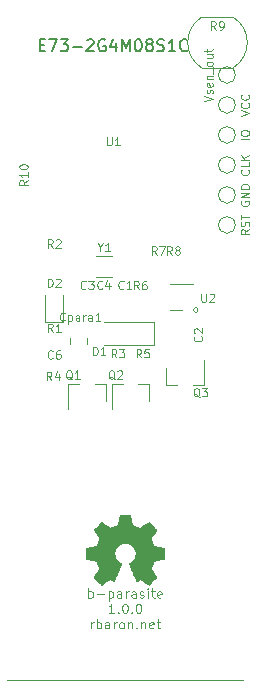
<source format=gbr>
G04 #@! TF.GenerationSoftware,KiCad,Pcbnew,(5.1.10)-1*
G04 #@! TF.CreationDate,2021-05-27T11:01:42+03:00*
G04 #@! TF.ProjectId,parasite,70617261-7369-4746-952e-6b696361645f,1.0.0*
G04 #@! TF.SameCoordinates,Original*
G04 #@! TF.FileFunction,Legend,Top*
G04 #@! TF.FilePolarity,Positive*
%FSLAX46Y46*%
G04 Gerber Fmt 4.6, Leading zero omitted, Abs format (unit mm)*
G04 Created by KiCad (PCBNEW (5.1.10)-1) date 2021-05-27 11:01:42*
%MOMM*%
%LPD*%
G01*
G04 APERTURE LIST*
%ADD10C,0.120000*%
%ADD11C,0.100000*%
%ADD12C,0.010000*%
%ADD13C,0.150000*%
G04 APERTURE END LIST*
D10*
X74200000Y-51700000D02*
G75*
G03*
X74200000Y-51700000I-200000J0D01*
G01*
D11*
X64914285Y-76061904D02*
X64914285Y-75261904D01*
X64914285Y-75566666D02*
X64990476Y-75528571D01*
X65142857Y-75528571D01*
X65219047Y-75566666D01*
X65257142Y-75604761D01*
X65295238Y-75680952D01*
X65295238Y-75909523D01*
X65257142Y-75985714D01*
X65219047Y-76023809D01*
X65142857Y-76061904D01*
X64990476Y-76061904D01*
X64914285Y-76023809D01*
X65638095Y-75757142D02*
X66247619Y-75757142D01*
X66628571Y-75528571D02*
X66628571Y-76328571D01*
X66628571Y-75566666D02*
X66704761Y-75528571D01*
X66857142Y-75528571D01*
X66933333Y-75566666D01*
X66971428Y-75604761D01*
X67009523Y-75680952D01*
X67009523Y-75909523D01*
X66971428Y-75985714D01*
X66933333Y-76023809D01*
X66857142Y-76061904D01*
X66704761Y-76061904D01*
X66628571Y-76023809D01*
X67695238Y-76061904D02*
X67695238Y-75642857D01*
X67657142Y-75566666D01*
X67580952Y-75528571D01*
X67428571Y-75528571D01*
X67352380Y-75566666D01*
X67695238Y-76023809D02*
X67619047Y-76061904D01*
X67428571Y-76061904D01*
X67352380Y-76023809D01*
X67314285Y-75947619D01*
X67314285Y-75871428D01*
X67352380Y-75795238D01*
X67428571Y-75757142D01*
X67619047Y-75757142D01*
X67695238Y-75719047D01*
X68076190Y-76061904D02*
X68076190Y-75528571D01*
X68076190Y-75680952D02*
X68114285Y-75604761D01*
X68152380Y-75566666D01*
X68228571Y-75528571D01*
X68304761Y-75528571D01*
X68914285Y-76061904D02*
X68914285Y-75642857D01*
X68876190Y-75566666D01*
X68800000Y-75528571D01*
X68647619Y-75528571D01*
X68571428Y-75566666D01*
X68914285Y-76023809D02*
X68838095Y-76061904D01*
X68647619Y-76061904D01*
X68571428Y-76023809D01*
X68533333Y-75947619D01*
X68533333Y-75871428D01*
X68571428Y-75795238D01*
X68647619Y-75757142D01*
X68838095Y-75757142D01*
X68914285Y-75719047D01*
X69257142Y-76023809D02*
X69333333Y-76061904D01*
X69485714Y-76061904D01*
X69561904Y-76023809D01*
X69600000Y-75947619D01*
X69600000Y-75909523D01*
X69561904Y-75833333D01*
X69485714Y-75795238D01*
X69371428Y-75795238D01*
X69295238Y-75757142D01*
X69257142Y-75680952D01*
X69257142Y-75642857D01*
X69295238Y-75566666D01*
X69371428Y-75528571D01*
X69485714Y-75528571D01*
X69561904Y-75566666D01*
X69942857Y-76061904D02*
X69942857Y-75528571D01*
X69942857Y-75261904D02*
X69904761Y-75300000D01*
X69942857Y-75338095D01*
X69980952Y-75300000D01*
X69942857Y-75261904D01*
X69942857Y-75338095D01*
X70209523Y-75528571D02*
X70514285Y-75528571D01*
X70323809Y-75261904D02*
X70323809Y-75947619D01*
X70361904Y-76023809D01*
X70438095Y-76061904D01*
X70514285Y-76061904D01*
X71085714Y-76023809D02*
X71009523Y-76061904D01*
X70857142Y-76061904D01*
X70780952Y-76023809D01*
X70742857Y-75947619D01*
X70742857Y-75642857D01*
X70780952Y-75566666D01*
X70857142Y-75528571D01*
X71009523Y-75528571D01*
X71085714Y-75566666D01*
X71123809Y-75642857D01*
X71123809Y-75719047D01*
X70742857Y-75795238D01*
X67085714Y-77361904D02*
X66628571Y-77361904D01*
X66857142Y-77361904D02*
X66857142Y-76561904D01*
X66780952Y-76676190D01*
X66704761Y-76752380D01*
X66628571Y-76790476D01*
X67428571Y-77285714D02*
X67466666Y-77323809D01*
X67428571Y-77361904D01*
X67390476Y-77323809D01*
X67428571Y-77285714D01*
X67428571Y-77361904D01*
X67961904Y-76561904D02*
X68038095Y-76561904D01*
X68114285Y-76600000D01*
X68152380Y-76638095D01*
X68190476Y-76714285D01*
X68228571Y-76866666D01*
X68228571Y-77057142D01*
X68190476Y-77209523D01*
X68152380Y-77285714D01*
X68114285Y-77323809D01*
X68038095Y-77361904D01*
X67961904Y-77361904D01*
X67885714Y-77323809D01*
X67847619Y-77285714D01*
X67809523Y-77209523D01*
X67771428Y-77057142D01*
X67771428Y-76866666D01*
X67809523Y-76714285D01*
X67847619Y-76638095D01*
X67885714Y-76600000D01*
X67961904Y-76561904D01*
X68571428Y-77285714D02*
X68609523Y-77323809D01*
X68571428Y-77361904D01*
X68533333Y-77323809D01*
X68571428Y-77285714D01*
X68571428Y-77361904D01*
X69104761Y-76561904D02*
X69180952Y-76561904D01*
X69257142Y-76600000D01*
X69295238Y-76638095D01*
X69333333Y-76714285D01*
X69371428Y-76866666D01*
X69371428Y-77057142D01*
X69333333Y-77209523D01*
X69295238Y-77285714D01*
X69257142Y-77323809D01*
X69180952Y-77361904D01*
X69104761Y-77361904D01*
X69028571Y-77323809D01*
X68990476Y-77285714D01*
X68952380Y-77209523D01*
X68914285Y-77057142D01*
X68914285Y-76866666D01*
X68952380Y-76714285D01*
X68990476Y-76638095D01*
X69028571Y-76600000D01*
X69104761Y-76561904D01*
X65123809Y-78661904D02*
X65123809Y-78128571D01*
X65123809Y-78280952D02*
X65161904Y-78204761D01*
X65200000Y-78166666D01*
X65276190Y-78128571D01*
X65352380Y-78128571D01*
X65619047Y-78661904D02*
X65619047Y-77861904D01*
X65619047Y-78166666D02*
X65695238Y-78128571D01*
X65847619Y-78128571D01*
X65923809Y-78166666D01*
X65961904Y-78204761D01*
X66000000Y-78280952D01*
X66000000Y-78509523D01*
X65961904Y-78585714D01*
X65923809Y-78623809D01*
X65847619Y-78661904D01*
X65695238Y-78661904D01*
X65619047Y-78623809D01*
X66685714Y-78661904D02*
X66685714Y-78242857D01*
X66647619Y-78166666D01*
X66571428Y-78128571D01*
X66419047Y-78128571D01*
X66342857Y-78166666D01*
X66685714Y-78623809D02*
X66609523Y-78661904D01*
X66419047Y-78661904D01*
X66342857Y-78623809D01*
X66304761Y-78547619D01*
X66304761Y-78471428D01*
X66342857Y-78395238D01*
X66419047Y-78357142D01*
X66609523Y-78357142D01*
X66685714Y-78319047D01*
X67066666Y-78661904D02*
X67066666Y-78128571D01*
X67066666Y-78280952D02*
X67104761Y-78204761D01*
X67142857Y-78166666D01*
X67219047Y-78128571D01*
X67295238Y-78128571D01*
X67676190Y-78661904D02*
X67600000Y-78623809D01*
X67561904Y-78585714D01*
X67523809Y-78509523D01*
X67523809Y-78280952D01*
X67561904Y-78204761D01*
X67600000Y-78166666D01*
X67676190Y-78128571D01*
X67790476Y-78128571D01*
X67866666Y-78166666D01*
X67904761Y-78204761D01*
X67942857Y-78280952D01*
X67942857Y-78509523D01*
X67904761Y-78585714D01*
X67866666Y-78623809D01*
X67790476Y-78661904D01*
X67676190Y-78661904D01*
X68285714Y-78128571D02*
X68285714Y-78661904D01*
X68285714Y-78204761D02*
X68323809Y-78166666D01*
X68400000Y-78128571D01*
X68514285Y-78128571D01*
X68590476Y-78166666D01*
X68628571Y-78242857D01*
X68628571Y-78661904D01*
X69009523Y-78585714D02*
X69047619Y-78623809D01*
X69009523Y-78661904D01*
X68971428Y-78623809D01*
X69009523Y-78585714D01*
X69009523Y-78661904D01*
X69390476Y-78128571D02*
X69390476Y-78661904D01*
X69390476Y-78204761D02*
X69428571Y-78166666D01*
X69504761Y-78128571D01*
X69619047Y-78128571D01*
X69695238Y-78166666D01*
X69733333Y-78242857D01*
X69733333Y-78661904D01*
X70419047Y-78623809D02*
X70342857Y-78661904D01*
X70190476Y-78661904D01*
X70114285Y-78623809D01*
X70076190Y-78547619D01*
X70076190Y-78242857D01*
X70114285Y-78166666D01*
X70190476Y-78128571D01*
X70342857Y-78128571D01*
X70419047Y-78166666D01*
X70457142Y-78242857D01*
X70457142Y-78319047D01*
X70076190Y-78395238D01*
X70685714Y-78128571D02*
X70990476Y-78128571D01*
X70800000Y-77861904D02*
X70800000Y-78547619D01*
X70838095Y-78623809D01*
X70914285Y-78661904D01*
X70990476Y-78661904D01*
D10*
X58000000Y-83000000D02*
X78000000Y-83000000D01*
X77150000Y-26900000D02*
X74500000Y-26900000D01*
X77150000Y-31200000D02*
X74500000Y-31200000D01*
X74471973Y-26917856D02*
G75*
G03*
X74500000Y-31200000I1378027J-2132144D01*
G01*
X77175476Y-31184388D02*
G75*
G03*
X77150000Y-26900000I-1325476J2134388D01*
G01*
D12*
G36*
X68555814Y-69468931D02*
G01*
X68639635Y-69913555D01*
X68948920Y-70041053D01*
X69258206Y-70168551D01*
X69629246Y-69916246D01*
X69733157Y-69845996D01*
X69827087Y-69783272D01*
X69906652Y-69730938D01*
X69967470Y-69691857D01*
X70005157Y-69668893D01*
X70015421Y-69663942D01*
X70033910Y-69676676D01*
X70073420Y-69711882D01*
X70129522Y-69765062D01*
X70197787Y-69831718D01*
X70273786Y-69907354D01*
X70353092Y-69987472D01*
X70431275Y-70067574D01*
X70503907Y-70143164D01*
X70566559Y-70209745D01*
X70614803Y-70262818D01*
X70644210Y-70297887D01*
X70651241Y-70309623D01*
X70641123Y-70331260D01*
X70612759Y-70378662D01*
X70569129Y-70447193D01*
X70513218Y-70532215D01*
X70448006Y-70629093D01*
X70410219Y-70684350D01*
X70341343Y-70785248D01*
X70280140Y-70876299D01*
X70229578Y-70952970D01*
X70192628Y-71010728D01*
X70172258Y-71045043D01*
X70169197Y-71052254D01*
X70176136Y-71072748D01*
X70195051Y-71120513D01*
X70223087Y-71188832D01*
X70257391Y-71270989D01*
X70295109Y-71360270D01*
X70333387Y-71449958D01*
X70369370Y-71533338D01*
X70400206Y-71603694D01*
X70423039Y-71654310D01*
X70435017Y-71678471D01*
X70435724Y-71679422D01*
X70454531Y-71684036D01*
X70504618Y-71694328D01*
X70580793Y-71709287D01*
X70677865Y-71727901D01*
X70790643Y-71749159D01*
X70856442Y-71761418D01*
X70976950Y-71784362D01*
X71085797Y-71806195D01*
X71177476Y-71825722D01*
X71246481Y-71841748D01*
X71287304Y-71853079D01*
X71295511Y-71856674D01*
X71303548Y-71881006D01*
X71310033Y-71935959D01*
X71314970Y-72015108D01*
X71318364Y-72112026D01*
X71320218Y-72220287D01*
X71320538Y-72333465D01*
X71319327Y-72445135D01*
X71316590Y-72548868D01*
X71312331Y-72638241D01*
X71306555Y-72706826D01*
X71299267Y-72748197D01*
X71294895Y-72756810D01*
X71268764Y-72767133D01*
X71213393Y-72781892D01*
X71136107Y-72799352D01*
X71044230Y-72817780D01*
X71012158Y-72823741D01*
X70857524Y-72852066D01*
X70735375Y-72874876D01*
X70641673Y-72893080D01*
X70572384Y-72907583D01*
X70523471Y-72919292D01*
X70490897Y-72929115D01*
X70470628Y-72937956D01*
X70458626Y-72946724D01*
X70456947Y-72948457D01*
X70440184Y-72976371D01*
X70414614Y-73030695D01*
X70382788Y-73104777D01*
X70347260Y-73191965D01*
X70310583Y-73285608D01*
X70275311Y-73379052D01*
X70243996Y-73465647D01*
X70219193Y-73538740D01*
X70203454Y-73591678D01*
X70199332Y-73617811D01*
X70199676Y-73618726D01*
X70213641Y-73640086D01*
X70245322Y-73687084D01*
X70291391Y-73754827D01*
X70348518Y-73838423D01*
X70413373Y-73932982D01*
X70431843Y-73959854D01*
X70497699Y-74057275D01*
X70555650Y-74146163D01*
X70602538Y-74221412D01*
X70635207Y-74277920D01*
X70650500Y-74310581D01*
X70651241Y-74314593D01*
X70638392Y-74335684D01*
X70602888Y-74377464D01*
X70549293Y-74435445D01*
X70482171Y-74505135D01*
X70406087Y-74582045D01*
X70325604Y-74661683D01*
X70245287Y-74739561D01*
X70169699Y-74811186D01*
X70103405Y-74872070D01*
X70050969Y-74917721D01*
X70016955Y-74943650D01*
X70007545Y-74947883D01*
X69985643Y-74937912D01*
X69940800Y-74911020D01*
X69880321Y-74871736D01*
X69833789Y-74840117D01*
X69749475Y-74782098D01*
X69649626Y-74713784D01*
X69549473Y-74645579D01*
X69495627Y-74609075D01*
X69313371Y-74485800D01*
X69160381Y-74568520D01*
X69090682Y-74604759D01*
X69031414Y-74632926D01*
X68991311Y-74648991D01*
X68981103Y-74651226D01*
X68968829Y-74634722D01*
X68944613Y-74588082D01*
X68910263Y-74515609D01*
X68867588Y-74421606D01*
X68818394Y-74310374D01*
X68764490Y-74186215D01*
X68707684Y-74053432D01*
X68649782Y-73916327D01*
X68592593Y-73779202D01*
X68537924Y-73646358D01*
X68487584Y-73522098D01*
X68443380Y-73410725D01*
X68407119Y-73316539D01*
X68380609Y-73243844D01*
X68365658Y-73196941D01*
X68363254Y-73180833D01*
X68382311Y-73160286D01*
X68424036Y-73126933D01*
X68479706Y-73087702D01*
X68484378Y-73084599D01*
X68628264Y-72969423D01*
X68744283Y-72835053D01*
X68831430Y-72685784D01*
X68888699Y-72525913D01*
X68915086Y-72359737D01*
X68909585Y-72191552D01*
X68871190Y-72025655D01*
X68798895Y-71866342D01*
X68777626Y-71831487D01*
X68666996Y-71690737D01*
X68536302Y-71577714D01*
X68390064Y-71493003D01*
X68232808Y-71437194D01*
X68069057Y-71410874D01*
X67903333Y-71414630D01*
X67740162Y-71449050D01*
X67584065Y-71514723D01*
X67439567Y-71612235D01*
X67394869Y-71651813D01*
X67281112Y-71775703D01*
X67198218Y-71906124D01*
X67141356Y-72052315D01*
X67109687Y-72197088D01*
X67101869Y-72359860D01*
X67127938Y-72523440D01*
X67185245Y-72682298D01*
X67271144Y-72830906D01*
X67382986Y-72963735D01*
X67518123Y-73075256D01*
X67535883Y-73087011D01*
X67592150Y-73125508D01*
X67634923Y-73158863D01*
X67655372Y-73180160D01*
X67655669Y-73180833D01*
X67651279Y-73203871D01*
X67633876Y-73256157D01*
X67605268Y-73333390D01*
X67567265Y-73431268D01*
X67521674Y-73545491D01*
X67470303Y-73671758D01*
X67414962Y-73805767D01*
X67357458Y-73943218D01*
X67299601Y-74079808D01*
X67243198Y-74211237D01*
X67190058Y-74333205D01*
X67141990Y-74441409D01*
X67100801Y-74531549D01*
X67068301Y-74599323D01*
X67046297Y-74640430D01*
X67037436Y-74651226D01*
X67010360Y-74642819D01*
X66959697Y-74620272D01*
X66894183Y-74587613D01*
X66858159Y-74568520D01*
X66705168Y-74485800D01*
X66522912Y-74609075D01*
X66429875Y-74672228D01*
X66328015Y-74741727D01*
X66232562Y-74807165D01*
X66184750Y-74840117D01*
X66117505Y-74885273D01*
X66060564Y-74921057D01*
X66021354Y-74942938D01*
X66008619Y-74947563D01*
X65990083Y-74935085D01*
X65949059Y-74900252D01*
X65889525Y-74846678D01*
X65815458Y-74777983D01*
X65730835Y-74697781D01*
X65677315Y-74646286D01*
X65583681Y-74554286D01*
X65502759Y-74471999D01*
X65437823Y-74402945D01*
X65392142Y-74350644D01*
X65368989Y-74318616D01*
X65366768Y-74312116D01*
X65377076Y-74287394D01*
X65405561Y-74237405D01*
X65449063Y-74167212D01*
X65504423Y-74081875D01*
X65568480Y-73986456D01*
X65586697Y-73959854D01*
X65653073Y-73863167D01*
X65712622Y-73776117D01*
X65762016Y-73703595D01*
X65797925Y-73650493D01*
X65817019Y-73621703D01*
X65818864Y-73618726D01*
X65816105Y-73595782D01*
X65801462Y-73545336D01*
X65777487Y-73474041D01*
X65746734Y-73388547D01*
X65711756Y-73295507D01*
X65675107Y-73201574D01*
X65639339Y-73113399D01*
X65607006Y-73037634D01*
X65580662Y-72980931D01*
X65562858Y-72949943D01*
X65561593Y-72948457D01*
X65550706Y-72939601D01*
X65532318Y-72930843D01*
X65502394Y-72921277D01*
X65456897Y-72909996D01*
X65391791Y-72896093D01*
X65303039Y-72878663D01*
X65186607Y-72856798D01*
X65038458Y-72829591D01*
X65006382Y-72823741D01*
X64911314Y-72805374D01*
X64828435Y-72787405D01*
X64765070Y-72771569D01*
X64728542Y-72759600D01*
X64723644Y-72756810D01*
X64715573Y-72732072D01*
X64709013Y-72676790D01*
X64703967Y-72597389D01*
X64700441Y-72500296D01*
X64698439Y-72391938D01*
X64697964Y-72278740D01*
X64699023Y-72167128D01*
X64701618Y-72063529D01*
X64705754Y-71974368D01*
X64711437Y-71906072D01*
X64718669Y-71865066D01*
X64723029Y-71856674D01*
X64747302Y-71848208D01*
X64802574Y-71834435D01*
X64883338Y-71816550D01*
X64984088Y-71795748D01*
X65099317Y-71773223D01*
X65162098Y-71761418D01*
X65281213Y-71739151D01*
X65387435Y-71718979D01*
X65475573Y-71701915D01*
X65540434Y-71688969D01*
X65576826Y-71681155D01*
X65582816Y-71679422D01*
X65592939Y-71659890D01*
X65614338Y-71612843D01*
X65644161Y-71545003D01*
X65679555Y-71463091D01*
X65717668Y-71373828D01*
X65755647Y-71283935D01*
X65790640Y-71200135D01*
X65819794Y-71129147D01*
X65840257Y-71077694D01*
X65849177Y-71052497D01*
X65849343Y-71051396D01*
X65839231Y-71031519D01*
X65810883Y-70985777D01*
X65767277Y-70918717D01*
X65711394Y-70834884D01*
X65646213Y-70738826D01*
X65608321Y-70683650D01*
X65539275Y-70582481D01*
X65477950Y-70490630D01*
X65427337Y-70412744D01*
X65390429Y-70353469D01*
X65370218Y-70317451D01*
X65367299Y-70309377D01*
X65379847Y-70290584D01*
X65414537Y-70250457D01*
X65466937Y-70193493D01*
X65532616Y-70124185D01*
X65607144Y-70047031D01*
X65686087Y-69966525D01*
X65765017Y-69887163D01*
X65839500Y-69813440D01*
X65905106Y-69749852D01*
X65957404Y-69700894D01*
X65991961Y-69671061D01*
X66003522Y-69663942D01*
X66022346Y-69673953D01*
X66067369Y-69702078D01*
X66134213Y-69745454D01*
X66218501Y-69801218D01*
X66315856Y-69866506D01*
X66389293Y-69916246D01*
X66760333Y-70168551D01*
X67378905Y-69913555D01*
X67462725Y-69468931D01*
X67546546Y-69024307D01*
X68471994Y-69024307D01*
X68555814Y-69468931D01*
G37*
X68555814Y-69468931D02*
X68639635Y-69913555D01*
X68948920Y-70041053D01*
X69258206Y-70168551D01*
X69629246Y-69916246D01*
X69733157Y-69845996D01*
X69827087Y-69783272D01*
X69906652Y-69730938D01*
X69967470Y-69691857D01*
X70005157Y-69668893D01*
X70015421Y-69663942D01*
X70033910Y-69676676D01*
X70073420Y-69711882D01*
X70129522Y-69765062D01*
X70197787Y-69831718D01*
X70273786Y-69907354D01*
X70353092Y-69987472D01*
X70431275Y-70067574D01*
X70503907Y-70143164D01*
X70566559Y-70209745D01*
X70614803Y-70262818D01*
X70644210Y-70297887D01*
X70651241Y-70309623D01*
X70641123Y-70331260D01*
X70612759Y-70378662D01*
X70569129Y-70447193D01*
X70513218Y-70532215D01*
X70448006Y-70629093D01*
X70410219Y-70684350D01*
X70341343Y-70785248D01*
X70280140Y-70876299D01*
X70229578Y-70952970D01*
X70192628Y-71010728D01*
X70172258Y-71045043D01*
X70169197Y-71052254D01*
X70176136Y-71072748D01*
X70195051Y-71120513D01*
X70223087Y-71188832D01*
X70257391Y-71270989D01*
X70295109Y-71360270D01*
X70333387Y-71449958D01*
X70369370Y-71533338D01*
X70400206Y-71603694D01*
X70423039Y-71654310D01*
X70435017Y-71678471D01*
X70435724Y-71679422D01*
X70454531Y-71684036D01*
X70504618Y-71694328D01*
X70580793Y-71709287D01*
X70677865Y-71727901D01*
X70790643Y-71749159D01*
X70856442Y-71761418D01*
X70976950Y-71784362D01*
X71085797Y-71806195D01*
X71177476Y-71825722D01*
X71246481Y-71841748D01*
X71287304Y-71853079D01*
X71295511Y-71856674D01*
X71303548Y-71881006D01*
X71310033Y-71935959D01*
X71314970Y-72015108D01*
X71318364Y-72112026D01*
X71320218Y-72220287D01*
X71320538Y-72333465D01*
X71319327Y-72445135D01*
X71316590Y-72548868D01*
X71312331Y-72638241D01*
X71306555Y-72706826D01*
X71299267Y-72748197D01*
X71294895Y-72756810D01*
X71268764Y-72767133D01*
X71213393Y-72781892D01*
X71136107Y-72799352D01*
X71044230Y-72817780D01*
X71012158Y-72823741D01*
X70857524Y-72852066D01*
X70735375Y-72874876D01*
X70641673Y-72893080D01*
X70572384Y-72907583D01*
X70523471Y-72919292D01*
X70490897Y-72929115D01*
X70470628Y-72937956D01*
X70458626Y-72946724D01*
X70456947Y-72948457D01*
X70440184Y-72976371D01*
X70414614Y-73030695D01*
X70382788Y-73104777D01*
X70347260Y-73191965D01*
X70310583Y-73285608D01*
X70275311Y-73379052D01*
X70243996Y-73465647D01*
X70219193Y-73538740D01*
X70203454Y-73591678D01*
X70199332Y-73617811D01*
X70199676Y-73618726D01*
X70213641Y-73640086D01*
X70245322Y-73687084D01*
X70291391Y-73754827D01*
X70348518Y-73838423D01*
X70413373Y-73932982D01*
X70431843Y-73959854D01*
X70497699Y-74057275D01*
X70555650Y-74146163D01*
X70602538Y-74221412D01*
X70635207Y-74277920D01*
X70650500Y-74310581D01*
X70651241Y-74314593D01*
X70638392Y-74335684D01*
X70602888Y-74377464D01*
X70549293Y-74435445D01*
X70482171Y-74505135D01*
X70406087Y-74582045D01*
X70325604Y-74661683D01*
X70245287Y-74739561D01*
X70169699Y-74811186D01*
X70103405Y-74872070D01*
X70050969Y-74917721D01*
X70016955Y-74943650D01*
X70007545Y-74947883D01*
X69985643Y-74937912D01*
X69940800Y-74911020D01*
X69880321Y-74871736D01*
X69833789Y-74840117D01*
X69749475Y-74782098D01*
X69649626Y-74713784D01*
X69549473Y-74645579D01*
X69495627Y-74609075D01*
X69313371Y-74485800D01*
X69160381Y-74568520D01*
X69090682Y-74604759D01*
X69031414Y-74632926D01*
X68991311Y-74648991D01*
X68981103Y-74651226D01*
X68968829Y-74634722D01*
X68944613Y-74588082D01*
X68910263Y-74515609D01*
X68867588Y-74421606D01*
X68818394Y-74310374D01*
X68764490Y-74186215D01*
X68707684Y-74053432D01*
X68649782Y-73916327D01*
X68592593Y-73779202D01*
X68537924Y-73646358D01*
X68487584Y-73522098D01*
X68443380Y-73410725D01*
X68407119Y-73316539D01*
X68380609Y-73243844D01*
X68365658Y-73196941D01*
X68363254Y-73180833D01*
X68382311Y-73160286D01*
X68424036Y-73126933D01*
X68479706Y-73087702D01*
X68484378Y-73084599D01*
X68628264Y-72969423D01*
X68744283Y-72835053D01*
X68831430Y-72685784D01*
X68888699Y-72525913D01*
X68915086Y-72359737D01*
X68909585Y-72191552D01*
X68871190Y-72025655D01*
X68798895Y-71866342D01*
X68777626Y-71831487D01*
X68666996Y-71690737D01*
X68536302Y-71577714D01*
X68390064Y-71493003D01*
X68232808Y-71437194D01*
X68069057Y-71410874D01*
X67903333Y-71414630D01*
X67740162Y-71449050D01*
X67584065Y-71514723D01*
X67439567Y-71612235D01*
X67394869Y-71651813D01*
X67281112Y-71775703D01*
X67198218Y-71906124D01*
X67141356Y-72052315D01*
X67109687Y-72197088D01*
X67101869Y-72359860D01*
X67127938Y-72523440D01*
X67185245Y-72682298D01*
X67271144Y-72830906D01*
X67382986Y-72963735D01*
X67518123Y-73075256D01*
X67535883Y-73087011D01*
X67592150Y-73125508D01*
X67634923Y-73158863D01*
X67655372Y-73180160D01*
X67655669Y-73180833D01*
X67651279Y-73203871D01*
X67633876Y-73256157D01*
X67605268Y-73333390D01*
X67567265Y-73431268D01*
X67521674Y-73545491D01*
X67470303Y-73671758D01*
X67414962Y-73805767D01*
X67357458Y-73943218D01*
X67299601Y-74079808D01*
X67243198Y-74211237D01*
X67190058Y-74333205D01*
X67141990Y-74441409D01*
X67100801Y-74531549D01*
X67068301Y-74599323D01*
X67046297Y-74640430D01*
X67037436Y-74651226D01*
X67010360Y-74642819D01*
X66959697Y-74620272D01*
X66894183Y-74587613D01*
X66858159Y-74568520D01*
X66705168Y-74485800D01*
X66522912Y-74609075D01*
X66429875Y-74672228D01*
X66328015Y-74741727D01*
X66232562Y-74807165D01*
X66184750Y-74840117D01*
X66117505Y-74885273D01*
X66060564Y-74921057D01*
X66021354Y-74942938D01*
X66008619Y-74947563D01*
X65990083Y-74935085D01*
X65949059Y-74900252D01*
X65889525Y-74846678D01*
X65815458Y-74777983D01*
X65730835Y-74697781D01*
X65677315Y-74646286D01*
X65583681Y-74554286D01*
X65502759Y-74471999D01*
X65437823Y-74402945D01*
X65392142Y-74350644D01*
X65368989Y-74318616D01*
X65366768Y-74312116D01*
X65377076Y-74287394D01*
X65405561Y-74237405D01*
X65449063Y-74167212D01*
X65504423Y-74081875D01*
X65568480Y-73986456D01*
X65586697Y-73959854D01*
X65653073Y-73863167D01*
X65712622Y-73776117D01*
X65762016Y-73703595D01*
X65797925Y-73650493D01*
X65817019Y-73621703D01*
X65818864Y-73618726D01*
X65816105Y-73595782D01*
X65801462Y-73545336D01*
X65777487Y-73474041D01*
X65746734Y-73388547D01*
X65711756Y-73295507D01*
X65675107Y-73201574D01*
X65639339Y-73113399D01*
X65607006Y-73037634D01*
X65580662Y-72980931D01*
X65562858Y-72949943D01*
X65561593Y-72948457D01*
X65550706Y-72939601D01*
X65532318Y-72930843D01*
X65502394Y-72921277D01*
X65456897Y-72909996D01*
X65391791Y-72896093D01*
X65303039Y-72878663D01*
X65186607Y-72856798D01*
X65038458Y-72829591D01*
X65006382Y-72823741D01*
X64911314Y-72805374D01*
X64828435Y-72787405D01*
X64765070Y-72771569D01*
X64728542Y-72759600D01*
X64723644Y-72756810D01*
X64715573Y-72732072D01*
X64709013Y-72676790D01*
X64703967Y-72597389D01*
X64700441Y-72500296D01*
X64698439Y-72391938D01*
X64697964Y-72278740D01*
X64699023Y-72167128D01*
X64701618Y-72063529D01*
X64705754Y-71974368D01*
X64711437Y-71906072D01*
X64718669Y-71865066D01*
X64723029Y-71856674D01*
X64747302Y-71848208D01*
X64802574Y-71834435D01*
X64883338Y-71816550D01*
X64984088Y-71795748D01*
X65099317Y-71773223D01*
X65162098Y-71761418D01*
X65281213Y-71739151D01*
X65387435Y-71718979D01*
X65475573Y-71701915D01*
X65540434Y-71688969D01*
X65576826Y-71681155D01*
X65582816Y-71679422D01*
X65592939Y-71659890D01*
X65614338Y-71612843D01*
X65644161Y-71545003D01*
X65679555Y-71463091D01*
X65717668Y-71373828D01*
X65755647Y-71283935D01*
X65790640Y-71200135D01*
X65819794Y-71129147D01*
X65840257Y-71077694D01*
X65849177Y-71052497D01*
X65849343Y-71051396D01*
X65839231Y-71031519D01*
X65810883Y-70985777D01*
X65767277Y-70918717D01*
X65711394Y-70834884D01*
X65646213Y-70738826D01*
X65608321Y-70683650D01*
X65539275Y-70582481D01*
X65477950Y-70490630D01*
X65427337Y-70412744D01*
X65390429Y-70353469D01*
X65370218Y-70317451D01*
X65367299Y-70309377D01*
X65379847Y-70290584D01*
X65414537Y-70250457D01*
X65466937Y-70193493D01*
X65532616Y-70124185D01*
X65607144Y-70047031D01*
X65686087Y-69966525D01*
X65765017Y-69887163D01*
X65839500Y-69813440D01*
X65905106Y-69749852D01*
X65957404Y-69700894D01*
X65991961Y-69671061D01*
X66003522Y-69663942D01*
X66022346Y-69673953D01*
X66067369Y-69702078D01*
X66134213Y-69745454D01*
X66218501Y-69801218D01*
X66315856Y-69866506D01*
X66389293Y-69916246D01*
X66760333Y-70168551D01*
X67378905Y-69913555D01*
X67462725Y-69468931D01*
X67546546Y-69024307D01*
X68471994Y-69024307D01*
X68555814Y-69468931D01*
D10*
X72800000Y-51710000D02*
X71800000Y-51710000D01*
X73800000Y-49490000D02*
X71800000Y-49490000D01*
X66925000Y-47125000D02*
X65575000Y-47125000D01*
X66925000Y-48875000D02*
X65575000Y-48875000D01*
X71520000Y-58060000D02*
X72450000Y-58060000D01*
X74680000Y-58060000D02*
X73750000Y-58060000D01*
X74680000Y-58060000D02*
X74680000Y-55900000D01*
X71520000Y-58060000D02*
X71520000Y-56600000D01*
X61265000Y-50412500D02*
X61265000Y-52697500D01*
X61265000Y-52697500D02*
X62735000Y-52697500D01*
X62735000Y-52697500D02*
X62735000Y-50412500D01*
X77340000Y-34340000D02*
G75*
G03*
X77340000Y-34340000I-700000J0D01*
G01*
X77340000Y-41960000D02*
G75*
G03*
X77340000Y-41960000I-700000J0D01*
G01*
X77340000Y-44500000D02*
G75*
G03*
X77340000Y-44500000I-700000J0D01*
G01*
X77340000Y-39420000D02*
G75*
G03*
X77340000Y-39420000I-700000J0D01*
G01*
X77340000Y-36880000D02*
G75*
G03*
X77340000Y-36880000I-700000J0D01*
G01*
X70030000Y-57940000D02*
X69100000Y-57940000D01*
X66870000Y-57940000D02*
X67800000Y-57940000D01*
X66870000Y-57940000D02*
X66870000Y-60100000D01*
X70030000Y-57940000D02*
X70030000Y-59400000D01*
X66380000Y-57940000D02*
X65450000Y-57940000D01*
X63220000Y-57940000D02*
X64150000Y-57940000D01*
X63220000Y-57940000D02*
X63220000Y-60100000D01*
X66380000Y-57940000D02*
X66380000Y-59400000D01*
X63390000Y-54558578D02*
X63390000Y-54041422D01*
X64810000Y-54558578D02*
X64810000Y-54041422D01*
X70500000Y-52700000D02*
X66200000Y-52700000D01*
X70500000Y-54700000D02*
X70500000Y-52700000D01*
X66200000Y-54700000D02*
X70500000Y-54700000D01*
X77340000Y-31800000D02*
G75*
G03*
X77340000Y-31800000I-700000J0D01*
G01*
X75683333Y-27966666D02*
X75450000Y-27633333D01*
X75283333Y-27966666D02*
X75283333Y-27266666D01*
X75550000Y-27266666D01*
X75616666Y-27300000D01*
X75650000Y-27333333D01*
X75683333Y-27400000D01*
X75683333Y-27500000D01*
X75650000Y-27566666D01*
X75616666Y-27600000D01*
X75550000Y-27633333D01*
X75283333Y-27633333D01*
X76016666Y-27966666D02*
X76150000Y-27966666D01*
X76216666Y-27933333D01*
X76250000Y-27900000D01*
X76316666Y-27800000D01*
X76350000Y-27666666D01*
X76350000Y-27400000D01*
X76316666Y-27333333D01*
X76283333Y-27300000D01*
X76216666Y-27266666D01*
X76083333Y-27266666D01*
X76016666Y-27300000D01*
X75983333Y-27333333D01*
X75950000Y-27400000D01*
X75950000Y-27566666D01*
X75983333Y-27633333D01*
X76016666Y-27666666D01*
X76083333Y-27700000D01*
X76216666Y-27700000D01*
X76283333Y-27666666D01*
X76316666Y-27633333D01*
X76350000Y-27566666D01*
X59766666Y-40700000D02*
X59433333Y-40933333D01*
X59766666Y-41100000D02*
X59066666Y-41100000D01*
X59066666Y-40833333D01*
X59100000Y-40766666D01*
X59133333Y-40733333D01*
X59200000Y-40700000D01*
X59300000Y-40700000D01*
X59366666Y-40733333D01*
X59400000Y-40766666D01*
X59433333Y-40833333D01*
X59433333Y-41100000D01*
X59766666Y-40033333D02*
X59766666Y-40433333D01*
X59766666Y-40233333D02*
X59066666Y-40233333D01*
X59166666Y-40300000D01*
X59233333Y-40366666D01*
X59266666Y-40433333D01*
X59066666Y-39600000D02*
X59066666Y-39533333D01*
X59100000Y-39466666D01*
X59133333Y-39433333D01*
X59200000Y-39400000D01*
X59333333Y-39366666D01*
X59500000Y-39366666D01*
X59633333Y-39400000D01*
X59700000Y-39433333D01*
X59733333Y-39466666D01*
X59766666Y-39533333D01*
X59766666Y-39600000D01*
X59733333Y-39666666D01*
X59700000Y-39700000D01*
X59633333Y-39733333D01*
X59500000Y-39766666D01*
X59333333Y-39766666D01*
X59200000Y-39733333D01*
X59133333Y-39700000D01*
X59100000Y-39666666D01*
X59066666Y-39600000D01*
X74466666Y-50316666D02*
X74466666Y-50883333D01*
X74500000Y-50950000D01*
X74533333Y-50983333D01*
X74600000Y-51016666D01*
X74733333Y-51016666D01*
X74800000Y-50983333D01*
X74833333Y-50950000D01*
X74866666Y-50883333D01*
X74866666Y-50316666D01*
X75166666Y-50383333D02*
X75200000Y-50350000D01*
X75266666Y-50316666D01*
X75433333Y-50316666D01*
X75500000Y-50350000D01*
X75533333Y-50383333D01*
X75566666Y-50450000D01*
X75566666Y-50516666D01*
X75533333Y-50616666D01*
X75133333Y-51016666D01*
X75566666Y-51016666D01*
X66466199Y-37069891D02*
X66466199Y-37636558D01*
X66499533Y-37703225D01*
X66532866Y-37736558D01*
X66599533Y-37769891D01*
X66732866Y-37769891D01*
X66799533Y-37736558D01*
X66832866Y-37703225D01*
X66866199Y-37636558D01*
X66866199Y-37069891D01*
X67566199Y-37769891D02*
X67166199Y-37769891D01*
X67366199Y-37769891D02*
X67366199Y-37069891D01*
X67299533Y-37169891D01*
X67232866Y-37236558D01*
X67166199Y-37269891D01*
D13*
X60785714Y-29253571D02*
X61119047Y-29253571D01*
X61261904Y-29777380D02*
X60785714Y-29777380D01*
X60785714Y-28777380D01*
X61261904Y-28777380D01*
X61595238Y-28777380D02*
X62261904Y-28777380D01*
X61833333Y-29777380D01*
X62547619Y-28777380D02*
X63166666Y-28777380D01*
X62833333Y-29158333D01*
X62976190Y-29158333D01*
X63071428Y-29205952D01*
X63119047Y-29253571D01*
X63166666Y-29348809D01*
X63166666Y-29586904D01*
X63119047Y-29682142D01*
X63071428Y-29729761D01*
X62976190Y-29777380D01*
X62690476Y-29777380D01*
X62595238Y-29729761D01*
X62547619Y-29682142D01*
X63595238Y-29396428D02*
X64357142Y-29396428D01*
X64785714Y-28872619D02*
X64833333Y-28825000D01*
X64928571Y-28777380D01*
X65166666Y-28777380D01*
X65261904Y-28825000D01*
X65309523Y-28872619D01*
X65357142Y-28967857D01*
X65357142Y-29063095D01*
X65309523Y-29205952D01*
X64738095Y-29777380D01*
X65357142Y-29777380D01*
X66309523Y-28825000D02*
X66214285Y-28777380D01*
X66071428Y-28777380D01*
X65928571Y-28825000D01*
X65833333Y-28920238D01*
X65785714Y-29015476D01*
X65738095Y-29205952D01*
X65738095Y-29348809D01*
X65785714Y-29539285D01*
X65833333Y-29634523D01*
X65928571Y-29729761D01*
X66071428Y-29777380D01*
X66166666Y-29777380D01*
X66309523Y-29729761D01*
X66357142Y-29682142D01*
X66357142Y-29348809D01*
X66166666Y-29348809D01*
X67214285Y-29110714D02*
X67214285Y-29777380D01*
X66976190Y-28729761D02*
X66738095Y-29444047D01*
X67357142Y-29444047D01*
X67738095Y-29777380D02*
X67738095Y-28777380D01*
X68071428Y-29491666D01*
X68404761Y-28777380D01*
X68404761Y-29777380D01*
X69071428Y-28777380D02*
X69166666Y-28777380D01*
X69261904Y-28825000D01*
X69309523Y-28872619D01*
X69357142Y-28967857D01*
X69404761Y-29158333D01*
X69404761Y-29396428D01*
X69357142Y-29586904D01*
X69309523Y-29682142D01*
X69261904Y-29729761D01*
X69166666Y-29777380D01*
X69071428Y-29777380D01*
X68976190Y-29729761D01*
X68928571Y-29682142D01*
X68880952Y-29586904D01*
X68833333Y-29396428D01*
X68833333Y-29158333D01*
X68880952Y-28967857D01*
X68928571Y-28872619D01*
X68976190Y-28825000D01*
X69071428Y-28777380D01*
X69976190Y-29205952D02*
X69880952Y-29158333D01*
X69833333Y-29110714D01*
X69785714Y-29015476D01*
X69785714Y-28967857D01*
X69833333Y-28872619D01*
X69880952Y-28825000D01*
X69976190Y-28777380D01*
X70166666Y-28777380D01*
X70261904Y-28825000D01*
X70309523Y-28872619D01*
X70357142Y-28967857D01*
X70357142Y-29015476D01*
X70309523Y-29110714D01*
X70261904Y-29158333D01*
X70166666Y-29205952D01*
X69976190Y-29205952D01*
X69880952Y-29253571D01*
X69833333Y-29301190D01*
X69785714Y-29396428D01*
X69785714Y-29586904D01*
X69833333Y-29682142D01*
X69880952Y-29729761D01*
X69976190Y-29777380D01*
X70166666Y-29777380D01*
X70261904Y-29729761D01*
X70309523Y-29682142D01*
X70357142Y-29586904D01*
X70357142Y-29396428D01*
X70309523Y-29301190D01*
X70261904Y-29253571D01*
X70166666Y-29205952D01*
X70738095Y-29729761D02*
X70880952Y-29777380D01*
X71119047Y-29777380D01*
X71214285Y-29729761D01*
X71261904Y-29682142D01*
X71309523Y-29586904D01*
X71309523Y-29491666D01*
X71261904Y-29396428D01*
X71214285Y-29348809D01*
X71119047Y-29301190D01*
X70928571Y-29253571D01*
X70833333Y-29205952D01*
X70785714Y-29158333D01*
X70738095Y-29063095D01*
X70738095Y-28967857D01*
X70785714Y-28872619D01*
X70833333Y-28825000D01*
X70928571Y-28777380D01*
X71166666Y-28777380D01*
X71309523Y-28825000D01*
X72261904Y-29777380D02*
X71690476Y-29777380D01*
X71976190Y-29777380D02*
X71976190Y-28777380D01*
X71880952Y-28920238D01*
X71785714Y-29015476D01*
X71690476Y-29063095D01*
X73261904Y-29682142D02*
X73214285Y-29729761D01*
X73071428Y-29777380D01*
X72976190Y-29777380D01*
X72833333Y-29729761D01*
X72738095Y-29634523D01*
X72690476Y-29539285D01*
X72642857Y-29348809D01*
X72642857Y-29205952D01*
X72690476Y-29015476D01*
X72738095Y-28920238D01*
X72833333Y-28825000D01*
X72976190Y-28777380D01*
X73071428Y-28777380D01*
X73214285Y-28825000D01*
X73261904Y-28872619D01*
D10*
X65916666Y-46383333D02*
X65916666Y-46716666D01*
X65683333Y-46016666D02*
X65916666Y-46383333D01*
X66150000Y-46016666D01*
X66750000Y-46716666D02*
X66350000Y-46716666D01*
X66550000Y-46716666D02*
X66550000Y-46016666D01*
X66483333Y-46116666D01*
X66416666Y-46183333D01*
X66350000Y-46216666D01*
X71983333Y-47016666D02*
X71750000Y-46683333D01*
X71583333Y-47016666D02*
X71583333Y-46316666D01*
X71850000Y-46316666D01*
X71916666Y-46350000D01*
X71950000Y-46383333D01*
X71983333Y-46450000D01*
X71983333Y-46550000D01*
X71950000Y-46616666D01*
X71916666Y-46650000D01*
X71850000Y-46683333D01*
X71583333Y-46683333D01*
X72383333Y-46616666D02*
X72316666Y-46583333D01*
X72283333Y-46550000D01*
X72250000Y-46483333D01*
X72250000Y-46450000D01*
X72283333Y-46383333D01*
X72316666Y-46350000D01*
X72383333Y-46316666D01*
X72516666Y-46316666D01*
X72583333Y-46350000D01*
X72616666Y-46383333D01*
X72650000Y-46450000D01*
X72650000Y-46483333D01*
X72616666Y-46550000D01*
X72583333Y-46583333D01*
X72516666Y-46616666D01*
X72383333Y-46616666D01*
X72316666Y-46650000D01*
X72283333Y-46683333D01*
X72250000Y-46750000D01*
X72250000Y-46883333D01*
X72283333Y-46950000D01*
X72316666Y-46983333D01*
X72383333Y-47016666D01*
X72516666Y-47016666D01*
X72583333Y-46983333D01*
X72616666Y-46950000D01*
X72650000Y-46883333D01*
X72650000Y-46750000D01*
X72616666Y-46683333D01*
X72583333Y-46650000D01*
X72516666Y-46616666D01*
X70683333Y-47016666D02*
X70450000Y-46683333D01*
X70283333Y-47016666D02*
X70283333Y-46316666D01*
X70550000Y-46316666D01*
X70616666Y-46350000D01*
X70650000Y-46383333D01*
X70683333Y-46450000D01*
X70683333Y-46550000D01*
X70650000Y-46616666D01*
X70616666Y-46650000D01*
X70550000Y-46683333D01*
X70283333Y-46683333D01*
X70916666Y-46316666D02*
X71383333Y-46316666D01*
X71083333Y-47016666D01*
X69183333Y-49946666D02*
X68950000Y-49613333D01*
X68783333Y-49946666D02*
X68783333Y-49246666D01*
X69050000Y-49246666D01*
X69116666Y-49280000D01*
X69150000Y-49313333D01*
X69183333Y-49380000D01*
X69183333Y-49480000D01*
X69150000Y-49546666D01*
X69116666Y-49580000D01*
X69050000Y-49613333D01*
X68783333Y-49613333D01*
X69783333Y-49246666D02*
X69650000Y-49246666D01*
X69583333Y-49280000D01*
X69550000Y-49313333D01*
X69483333Y-49413333D01*
X69450000Y-49546666D01*
X69450000Y-49813333D01*
X69483333Y-49880000D01*
X69516666Y-49913333D01*
X69583333Y-49946666D01*
X69716666Y-49946666D01*
X69783333Y-49913333D01*
X69816666Y-49880000D01*
X69850000Y-49813333D01*
X69850000Y-49646666D01*
X69816666Y-49580000D01*
X69783333Y-49546666D01*
X69716666Y-49513333D01*
X69583333Y-49513333D01*
X69516666Y-49546666D01*
X69483333Y-49580000D01*
X69450000Y-49646666D01*
X69383333Y-55716666D02*
X69150000Y-55383333D01*
X68983333Y-55716666D02*
X68983333Y-55016666D01*
X69250000Y-55016666D01*
X69316666Y-55050000D01*
X69350000Y-55083333D01*
X69383333Y-55150000D01*
X69383333Y-55250000D01*
X69350000Y-55316666D01*
X69316666Y-55350000D01*
X69250000Y-55383333D01*
X68983333Y-55383333D01*
X70016666Y-55016666D02*
X69683333Y-55016666D01*
X69650000Y-55350000D01*
X69683333Y-55316666D01*
X69750000Y-55283333D01*
X69916666Y-55283333D01*
X69983333Y-55316666D01*
X70016666Y-55350000D01*
X70050000Y-55416666D01*
X70050000Y-55583333D01*
X70016666Y-55650000D01*
X69983333Y-55683333D01*
X69916666Y-55716666D01*
X69750000Y-55716666D01*
X69683333Y-55683333D01*
X69650000Y-55650000D01*
X61783333Y-57616666D02*
X61550000Y-57283333D01*
X61383333Y-57616666D02*
X61383333Y-56916666D01*
X61650000Y-56916666D01*
X61716666Y-56950000D01*
X61750000Y-56983333D01*
X61783333Y-57050000D01*
X61783333Y-57150000D01*
X61750000Y-57216666D01*
X61716666Y-57250000D01*
X61650000Y-57283333D01*
X61383333Y-57283333D01*
X62383333Y-57150000D02*
X62383333Y-57616666D01*
X62216666Y-56883333D02*
X62050000Y-57383333D01*
X62483333Y-57383333D01*
X67283333Y-55716666D02*
X67050000Y-55383333D01*
X66883333Y-55716666D02*
X66883333Y-55016666D01*
X67150000Y-55016666D01*
X67216666Y-55050000D01*
X67250000Y-55083333D01*
X67283333Y-55150000D01*
X67283333Y-55250000D01*
X67250000Y-55316666D01*
X67216666Y-55350000D01*
X67150000Y-55383333D01*
X66883333Y-55383333D01*
X67516666Y-55016666D02*
X67950000Y-55016666D01*
X67716666Y-55283333D01*
X67816666Y-55283333D01*
X67883333Y-55316666D01*
X67916666Y-55350000D01*
X67950000Y-55416666D01*
X67950000Y-55583333D01*
X67916666Y-55650000D01*
X67883333Y-55683333D01*
X67816666Y-55716666D01*
X67616666Y-55716666D01*
X67550000Y-55683333D01*
X67516666Y-55650000D01*
X61883333Y-46416666D02*
X61650000Y-46083333D01*
X61483333Y-46416666D02*
X61483333Y-45716666D01*
X61750000Y-45716666D01*
X61816666Y-45750000D01*
X61850000Y-45783333D01*
X61883333Y-45850000D01*
X61883333Y-45950000D01*
X61850000Y-46016666D01*
X61816666Y-46050000D01*
X61750000Y-46083333D01*
X61483333Y-46083333D01*
X62150000Y-45783333D02*
X62183333Y-45750000D01*
X62250000Y-45716666D01*
X62416666Y-45716666D01*
X62483333Y-45750000D01*
X62516666Y-45783333D01*
X62550000Y-45850000D01*
X62550000Y-45916666D01*
X62516666Y-46016666D01*
X62116666Y-46416666D01*
X62550000Y-46416666D01*
X61883333Y-53546666D02*
X61650000Y-53213333D01*
X61483333Y-53546666D02*
X61483333Y-52846666D01*
X61750000Y-52846666D01*
X61816666Y-52880000D01*
X61850000Y-52913333D01*
X61883333Y-52980000D01*
X61883333Y-53080000D01*
X61850000Y-53146666D01*
X61816666Y-53180000D01*
X61750000Y-53213333D01*
X61483333Y-53213333D01*
X62550000Y-53546666D02*
X62150000Y-53546666D01*
X62350000Y-53546666D02*
X62350000Y-52846666D01*
X62283333Y-52946666D01*
X62216666Y-53013333D01*
X62150000Y-53046666D01*
X74333333Y-59083333D02*
X74266666Y-59050000D01*
X74200000Y-58983333D01*
X74100000Y-58883333D01*
X74033333Y-58850000D01*
X73966666Y-58850000D01*
X74000000Y-59016666D02*
X73933333Y-58983333D01*
X73866666Y-58916666D01*
X73833333Y-58783333D01*
X73833333Y-58550000D01*
X73866666Y-58416666D01*
X73933333Y-58350000D01*
X74000000Y-58316666D01*
X74133333Y-58316666D01*
X74200000Y-58350000D01*
X74266666Y-58416666D01*
X74300000Y-58550000D01*
X74300000Y-58783333D01*
X74266666Y-58916666D01*
X74200000Y-58983333D01*
X74133333Y-59016666D01*
X74000000Y-59016666D01*
X74533333Y-58316666D02*
X74966666Y-58316666D01*
X74733333Y-58583333D01*
X74833333Y-58583333D01*
X74900000Y-58616666D01*
X74933333Y-58650000D01*
X74966666Y-58716666D01*
X74966666Y-58883333D01*
X74933333Y-58950000D01*
X74900000Y-58983333D01*
X74833333Y-59016666D01*
X74633333Y-59016666D01*
X74566666Y-58983333D01*
X74533333Y-58950000D01*
X61483333Y-49741666D02*
X61483333Y-49041666D01*
X61650000Y-49041666D01*
X61750000Y-49075000D01*
X61816666Y-49141666D01*
X61850000Y-49208333D01*
X61883333Y-49341666D01*
X61883333Y-49441666D01*
X61850000Y-49575000D01*
X61816666Y-49641666D01*
X61750000Y-49708333D01*
X61650000Y-49741666D01*
X61483333Y-49741666D01*
X62150000Y-49108333D02*
X62183333Y-49075000D01*
X62250000Y-49041666D01*
X62416666Y-49041666D01*
X62483333Y-49075000D01*
X62516666Y-49108333D01*
X62550000Y-49175000D01*
X62550000Y-49241666D01*
X62516666Y-49341666D01*
X62116666Y-49741666D01*
X62550000Y-49741666D01*
X61883333Y-55750000D02*
X61850000Y-55783333D01*
X61750000Y-55816666D01*
X61683333Y-55816666D01*
X61583333Y-55783333D01*
X61516666Y-55716666D01*
X61483333Y-55650000D01*
X61450000Y-55516666D01*
X61450000Y-55416666D01*
X61483333Y-55283333D01*
X61516666Y-55216666D01*
X61583333Y-55150000D01*
X61683333Y-55116666D01*
X61750000Y-55116666D01*
X61850000Y-55150000D01*
X61883333Y-55183333D01*
X62483333Y-55116666D02*
X62350000Y-55116666D01*
X62283333Y-55150000D01*
X62250000Y-55183333D01*
X62183333Y-55283333D01*
X62150000Y-55416666D01*
X62150000Y-55683333D01*
X62183333Y-55750000D01*
X62216666Y-55783333D01*
X62283333Y-55816666D01*
X62416666Y-55816666D01*
X62483333Y-55783333D01*
X62516666Y-55750000D01*
X62550000Y-55683333D01*
X62550000Y-55516666D01*
X62516666Y-55450000D01*
X62483333Y-55416666D01*
X62416666Y-55383333D01*
X62283333Y-55383333D01*
X62216666Y-55416666D01*
X62183333Y-55450000D01*
X62150000Y-55516666D01*
X66083333Y-49850000D02*
X66050000Y-49883333D01*
X65950000Y-49916666D01*
X65883333Y-49916666D01*
X65783333Y-49883333D01*
X65716666Y-49816666D01*
X65683333Y-49750000D01*
X65650000Y-49616666D01*
X65650000Y-49516666D01*
X65683333Y-49383333D01*
X65716666Y-49316666D01*
X65783333Y-49250000D01*
X65883333Y-49216666D01*
X65950000Y-49216666D01*
X66050000Y-49250000D01*
X66083333Y-49283333D01*
X66683333Y-49450000D02*
X66683333Y-49916666D01*
X66516666Y-49183333D02*
X66350000Y-49683333D01*
X66783333Y-49683333D01*
X64683333Y-49850000D02*
X64650000Y-49883333D01*
X64550000Y-49916666D01*
X64483333Y-49916666D01*
X64383333Y-49883333D01*
X64316666Y-49816666D01*
X64283333Y-49750000D01*
X64250000Y-49616666D01*
X64250000Y-49516666D01*
X64283333Y-49383333D01*
X64316666Y-49316666D01*
X64383333Y-49250000D01*
X64483333Y-49216666D01*
X64550000Y-49216666D01*
X64650000Y-49250000D01*
X64683333Y-49283333D01*
X64916666Y-49216666D02*
X65350000Y-49216666D01*
X65116666Y-49483333D01*
X65216666Y-49483333D01*
X65283333Y-49516666D01*
X65316666Y-49550000D01*
X65350000Y-49616666D01*
X65350000Y-49783333D01*
X65316666Y-49850000D01*
X65283333Y-49883333D01*
X65216666Y-49916666D01*
X65016666Y-49916666D01*
X64950000Y-49883333D01*
X64916666Y-49850000D01*
X74480000Y-53916666D02*
X74513333Y-53950000D01*
X74546666Y-54050000D01*
X74546666Y-54116666D01*
X74513333Y-54216666D01*
X74446666Y-54283333D01*
X74380000Y-54316666D01*
X74246666Y-54350000D01*
X74146666Y-54350000D01*
X74013333Y-54316666D01*
X73946666Y-54283333D01*
X73880000Y-54216666D01*
X73846666Y-54116666D01*
X73846666Y-54050000D01*
X73880000Y-53950000D01*
X73913333Y-53916666D01*
X73913333Y-53650000D02*
X73880000Y-53616666D01*
X73846666Y-53550000D01*
X73846666Y-53383333D01*
X73880000Y-53316666D01*
X73913333Y-53283333D01*
X73980000Y-53250000D01*
X74046666Y-53250000D01*
X74146666Y-53283333D01*
X74546666Y-53683333D01*
X74546666Y-53250000D01*
X67883333Y-49850000D02*
X67850000Y-49883333D01*
X67750000Y-49916666D01*
X67683333Y-49916666D01*
X67583333Y-49883333D01*
X67516666Y-49816666D01*
X67483333Y-49750000D01*
X67450000Y-49616666D01*
X67450000Y-49516666D01*
X67483333Y-49383333D01*
X67516666Y-49316666D01*
X67583333Y-49250000D01*
X67683333Y-49216666D01*
X67750000Y-49216666D01*
X67850000Y-49250000D01*
X67883333Y-49283333D01*
X68550000Y-49916666D02*
X68150000Y-49916666D01*
X68350000Y-49916666D02*
X68350000Y-49216666D01*
X68283333Y-49316666D01*
X68216666Y-49383333D01*
X68150000Y-49416666D01*
X77806666Y-35273333D02*
X78506666Y-35040000D01*
X77806666Y-34806666D01*
X78440000Y-34173333D02*
X78473333Y-34206666D01*
X78506666Y-34306666D01*
X78506666Y-34373333D01*
X78473333Y-34473333D01*
X78406666Y-34540000D01*
X78340000Y-34573333D01*
X78206666Y-34606666D01*
X78106666Y-34606666D01*
X77973333Y-34573333D01*
X77906666Y-34540000D01*
X77840000Y-34473333D01*
X77806666Y-34373333D01*
X77806666Y-34306666D01*
X77840000Y-34206666D01*
X77873333Y-34173333D01*
X78440000Y-33473333D02*
X78473333Y-33506666D01*
X78506666Y-33606666D01*
X78506666Y-33673333D01*
X78473333Y-33773333D01*
X78406666Y-33840000D01*
X78340000Y-33873333D01*
X78206666Y-33906666D01*
X78106666Y-33906666D01*
X77973333Y-33873333D01*
X77906666Y-33840000D01*
X77840000Y-33773333D01*
X77806666Y-33673333D01*
X77806666Y-33606666D01*
X77840000Y-33506666D01*
X77873333Y-33473333D01*
X77840000Y-42493333D02*
X77806666Y-42560000D01*
X77806666Y-42660000D01*
X77840000Y-42760000D01*
X77906666Y-42826666D01*
X77973333Y-42860000D01*
X78106666Y-42893333D01*
X78206666Y-42893333D01*
X78340000Y-42860000D01*
X78406666Y-42826666D01*
X78473333Y-42760000D01*
X78506666Y-42660000D01*
X78506666Y-42593333D01*
X78473333Y-42493333D01*
X78440000Y-42460000D01*
X78206666Y-42460000D01*
X78206666Y-42593333D01*
X78506666Y-42160000D02*
X77806666Y-42160000D01*
X78506666Y-41760000D01*
X77806666Y-41760000D01*
X78506666Y-41426666D02*
X77806666Y-41426666D01*
X77806666Y-41260000D01*
X77840000Y-41160000D01*
X77906666Y-41093333D01*
X77973333Y-41060000D01*
X78106666Y-41026666D01*
X78206666Y-41026666D01*
X78340000Y-41060000D01*
X78406666Y-41093333D01*
X78473333Y-41160000D01*
X78506666Y-41260000D01*
X78506666Y-41426666D01*
X78506666Y-44883333D02*
X78173333Y-45116666D01*
X78506666Y-45283333D02*
X77806666Y-45283333D01*
X77806666Y-45016666D01*
X77840000Y-44950000D01*
X77873333Y-44916666D01*
X77940000Y-44883333D01*
X78040000Y-44883333D01*
X78106666Y-44916666D01*
X78140000Y-44950000D01*
X78173333Y-45016666D01*
X78173333Y-45283333D01*
X78473333Y-44616666D02*
X78506666Y-44516666D01*
X78506666Y-44350000D01*
X78473333Y-44283333D01*
X78440000Y-44250000D01*
X78373333Y-44216666D01*
X78306666Y-44216666D01*
X78240000Y-44250000D01*
X78206666Y-44283333D01*
X78173333Y-44350000D01*
X78140000Y-44483333D01*
X78106666Y-44550000D01*
X78073333Y-44583333D01*
X78006666Y-44616666D01*
X77940000Y-44616666D01*
X77873333Y-44583333D01*
X77840000Y-44550000D01*
X77806666Y-44483333D01*
X77806666Y-44316666D01*
X77840000Y-44216666D01*
X77806666Y-44016666D02*
X77806666Y-43616666D01*
X78506666Y-43816666D02*
X77806666Y-43816666D01*
X78440000Y-39836666D02*
X78473333Y-39870000D01*
X78506666Y-39970000D01*
X78506666Y-40036666D01*
X78473333Y-40136666D01*
X78406666Y-40203333D01*
X78340000Y-40236666D01*
X78206666Y-40270000D01*
X78106666Y-40270000D01*
X77973333Y-40236666D01*
X77906666Y-40203333D01*
X77840000Y-40136666D01*
X77806666Y-40036666D01*
X77806666Y-39970000D01*
X77840000Y-39870000D01*
X77873333Y-39836666D01*
X78506666Y-39203333D02*
X78506666Y-39536666D01*
X77806666Y-39536666D01*
X78506666Y-38970000D02*
X77806666Y-38970000D01*
X78506666Y-38570000D02*
X78106666Y-38870000D01*
X77806666Y-38570000D02*
X78206666Y-38970000D01*
X78506666Y-37246666D02*
X77806666Y-37246666D01*
X77806666Y-36780000D02*
X77806666Y-36646666D01*
X77840000Y-36580000D01*
X77906666Y-36513333D01*
X78040000Y-36480000D01*
X78273333Y-36480000D01*
X78406666Y-36513333D01*
X78473333Y-36580000D01*
X78506666Y-36646666D01*
X78506666Y-36780000D01*
X78473333Y-36846666D01*
X78406666Y-36913333D01*
X78273333Y-36946666D01*
X78040000Y-36946666D01*
X77906666Y-36913333D01*
X77840000Y-36846666D01*
X77806666Y-36780000D01*
X67133333Y-57583333D02*
X67066666Y-57550000D01*
X67000000Y-57483333D01*
X66900000Y-57383333D01*
X66833333Y-57350000D01*
X66766666Y-57350000D01*
X66800000Y-57516666D02*
X66733333Y-57483333D01*
X66666666Y-57416666D01*
X66633333Y-57283333D01*
X66633333Y-57050000D01*
X66666666Y-56916666D01*
X66733333Y-56850000D01*
X66800000Y-56816666D01*
X66933333Y-56816666D01*
X67000000Y-56850000D01*
X67066666Y-56916666D01*
X67100000Y-57050000D01*
X67100000Y-57283333D01*
X67066666Y-57416666D01*
X67000000Y-57483333D01*
X66933333Y-57516666D01*
X66800000Y-57516666D01*
X67366666Y-56883333D02*
X67400000Y-56850000D01*
X67466666Y-56816666D01*
X67633333Y-56816666D01*
X67700000Y-56850000D01*
X67733333Y-56883333D01*
X67766666Y-56950000D01*
X67766666Y-57016666D01*
X67733333Y-57116666D01*
X67333333Y-57516666D01*
X67766666Y-57516666D01*
X63533333Y-57583333D02*
X63466666Y-57550000D01*
X63400000Y-57483333D01*
X63300000Y-57383333D01*
X63233333Y-57350000D01*
X63166666Y-57350000D01*
X63200000Y-57516666D02*
X63133333Y-57483333D01*
X63066666Y-57416666D01*
X63033333Y-57283333D01*
X63033333Y-57050000D01*
X63066666Y-56916666D01*
X63133333Y-56850000D01*
X63200000Y-56816666D01*
X63333333Y-56816666D01*
X63400000Y-56850000D01*
X63466666Y-56916666D01*
X63500000Y-57050000D01*
X63500000Y-57283333D01*
X63466666Y-57416666D01*
X63400000Y-57483333D01*
X63333333Y-57516666D01*
X63200000Y-57516666D01*
X64166666Y-57516666D02*
X63766666Y-57516666D01*
X63966666Y-57516666D02*
X63966666Y-56816666D01*
X63900000Y-56916666D01*
X63833333Y-56983333D01*
X63766666Y-57016666D01*
X62916666Y-52550000D02*
X62883333Y-52583333D01*
X62783333Y-52616666D01*
X62716666Y-52616666D01*
X62616666Y-52583333D01*
X62550000Y-52516666D01*
X62516666Y-52450000D01*
X62483333Y-52316666D01*
X62483333Y-52216666D01*
X62516666Y-52083333D01*
X62550000Y-52016666D01*
X62616666Y-51950000D01*
X62716666Y-51916666D01*
X62783333Y-51916666D01*
X62883333Y-51950000D01*
X62916666Y-51983333D01*
X63216666Y-52150000D02*
X63216666Y-52850000D01*
X63216666Y-52183333D02*
X63283333Y-52150000D01*
X63416666Y-52150000D01*
X63483333Y-52183333D01*
X63516666Y-52216666D01*
X63550000Y-52283333D01*
X63550000Y-52483333D01*
X63516666Y-52550000D01*
X63483333Y-52583333D01*
X63416666Y-52616666D01*
X63283333Y-52616666D01*
X63216666Y-52583333D01*
X64150000Y-52616666D02*
X64150000Y-52250000D01*
X64116666Y-52183333D01*
X64050000Y-52150000D01*
X63916666Y-52150000D01*
X63850000Y-52183333D01*
X64150000Y-52583333D02*
X64083333Y-52616666D01*
X63916666Y-52616666D01*
X63850000Y-52583333D01*
X63816666Y-52516666D01*
X63816666Y-52450000D01*
X63850000Y-52383333D01*
X63916666Y-52350000D01*
X64083333Y-52350000D01*
X64150000Y-52316666D01*
X64483333Y-52616666D02*
X64483333Y-52150000D01*
X64483333Y-52283333D02*
X64516666Y-52216666D01*
X64550000Y-52183333D01*
X64616666Y-52150000D01*
X64683333Y-52150000D01*
X65216666Y-52616666D02*
X65216666Y-52250000D01*
X65183333Y-52183333D01*
X65116666Y-52150000D01*
X64983333Y-52150000D01*
X64916666Y-52183333D01*
X65216666Y-52583333D02*
X65150000Y-52616666D01*
X64983333Y-52616666D01*
X64916666Y-52583333D01*
X64883333Y-52516666D01*
X64883333Y-52450000D01*
X64916666Y-52383333D01*
X64983333Y-52350000D01*
X65150000Y-52350000D01*
X65216666Y-52316666D01*
X65916666Y-52616666D02*
X65516666Y-52616666D01*
X65716666Y-52616666D02*
X65716666Y-51916666D01*
X65650000Y-52016666D01*
X65583333Y-52083333D01*
X65516666Y-52116666D01*
X65283333Y-55516666D02*
X65283333Y-54816666D01*
X65450000Y-54816666D01*
X65550000Y-54850000D01*
X65616666Y-54916666D01*
X65650000Y-54983333D01*
X65683333Y-55116666D01*
X65683333Y-55216666D01*
X65650000Y-55350000D01*
X65616666Y-55416666D01*
X65550000Y-55483333D01*
X65450000Y-55516666D01*
X65283333Y-55516666D01*
X66350000Y-55516666D02*
X65950000Y-55516666D01*
X66150000Y-55516666D02*
X66150000Y-54816666D01*
X66083333Y-54916666D01*
X66016666Y-54983333D01*
X65950000Y-55016666D01*
X74716666Y-34033333D02*
X75416666Y-33800000D01*
X74716666Y-33566666D01*
X75383333Y-33366666D02*
X75416666Y-33300000D01*
X75416666Y-33166666D01*
X75383333Y-33100000D01*
X75316666Y-33066666D01*
X75283333Y-33066666D01*
X75216666Y-33100000D01*
X75183333Y-33166666D01*
X75183333Y-33266666D01*
X75150000Y-33333333D01*
X75083333Y-33366666D01*
X75050000Y-33366666D01*
X74983333Y-33333333D01*
X74950000Y-33266666D01*
X74950000Y-33166666D01*
X74983333Y-33100000D01*
X75383333Y-32500000D02*
X75416666Y-32566666D01*
X75416666Y-32700000D01*
X75383333Y-32766666D01*
X75316666Y-32800000D01*
X75050000Y-32800000D01*
X74983333Y-32766666D01*
X74950000Y-32700000D01*
X74950000Y-32566666D01*
X74983333Y-32500000D01*
X75050000Y-32466666D01*
X75116666Y-32466666D01*
X75183333Y-32800000D01*
X74950000Y-32166666D02*
X75416666Y-32166666D01*
X75016666Y-32166666D02*
X74983333Y-32133333D01*
X74950000Y-32066666D01*
X74950000Y-31966666D01*
X74983333Y-31900000D01*
X75050000Y-31866666D01*
X75416666Y-31866666D01*
X75483333Y-31700000D02*
X75483333Y-31166666D01*
X75416666Y-30900000D02*
X75383333Y-30966666D01*
X75350000Y-31000000D01*
X75283333Y-31033333D01*
X75083333Y-31033333D01*
X75016666Y-31000000D01*
X74983333Y-30966666D01*
X74950000Y-30900000D01*
X74950000Y-30800000D01*
X74983333Y-30733333D01*
X75016666Y-30700000D01*
X75083333Y-30666666D01*
X75283333Y-30666666D01*
X75350000Y-30700000D01*
X75383333Y-30733333D01*
X75416666Y-30800000D01*
X75416666Y-30900000D01*
X74950000Y-30066666D02*
X75416666Y-30066666D01*
X74950000Y-30366666D02*
X75316666Y-30366666D01*
X75383333Y-30333333D01*
X75416666Y-30266666D01*
X75416666Y-30166666D01*
X75383333Y-30100000D01*
X75350000Y-30066666D01*
X74950000Y-29833333D02*
X74950000Y-29566666D01*
X74716666Y-29733333D02*
X75316666Y-29733333D01*
X75383333Y-29700000D01*
X75416666Y-29633333D01*
X75416666Y-29566666D01*
M02*

</source>
